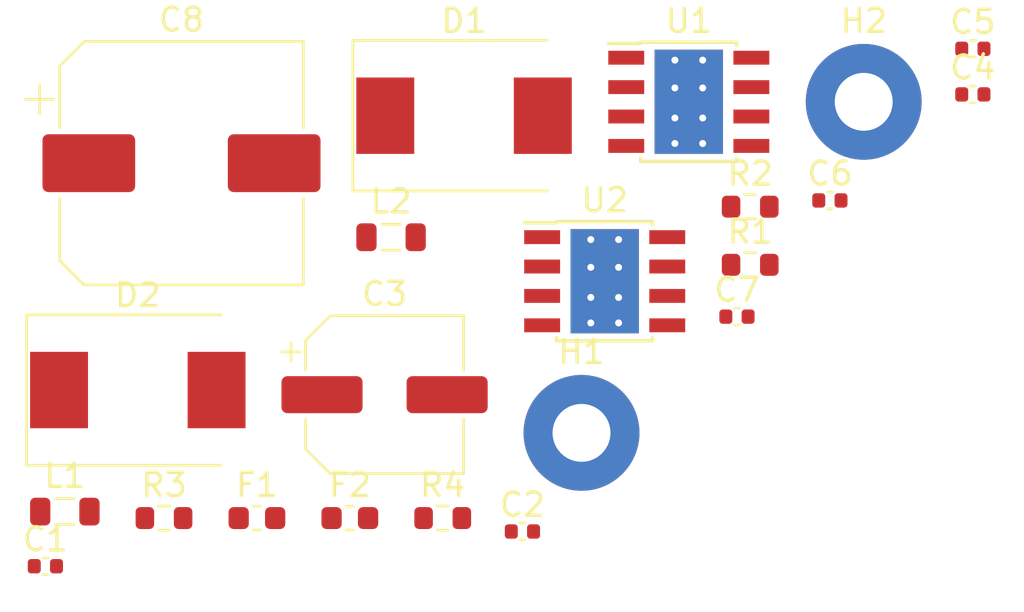
<source format=kicad_pcb>
(kicad_pcb (version 20211014) (generator pcbnew)
  (layers (0 "F.Cu" signal) (31 "B.Cu" signal) (34 "B.Paste" user) (35 "F.Paste" user) (36 "B.SilkS" user "B.Silkscreen") (37 "F.SilkS" user "F.Silkscreen") (38 "B.Mask" user) (39 "F.Mask" user) (44 "Edge.Cuts" user))
  (net 0 "")
  (net 1 "+BATT")
  (net 2 "GND")
  (net 3 "Net-(C2-Pad1)")
  (net 4 "Net-(C2-Pad2)")
  (net 5 "Net-(C3-Pad1)")
  (net 6 "Net-(C7-Pad1)")
  (net 7 "Net-(C7-Pad2)")
  (net 8 "Net-(C8-Pad1)")
  (net 9 "+3V3")
  (net 10 "+5V")
  (net 11 "Net-(R1-Pad2)")
  (net 12 "Net-(R3-Pad2)")
  (footprint "Fuse:Fuse_0603_1608Metric" (layer "F.Cu") (at 138.14 82.92)
    (fp_text reference "F2" (at 0 -1.43) (layer "F.SilkS"))
    (fp_text value "750mA")
    (fp_line (start -0.162779 0.51) (end 0.162779 0.51) (layer "F.SilkS") (width 0.12))
    (fp_line (start -0.162779 -0.51) (end 0.162779 -0.51) (layer "F.SilkS") (width 0.12))
    (pad "1" smd roundrect (at -0.7875 0) (size 0.875 0.95) (layers "F.Cu" "F.Paste" "F.Mask") (net 8 "Net-(C8-Pad1)"))
    (pad "2" smd roundrect (at 0.7875 0) (size 0.875 0.95) (layers "F.Cu" "F.Paste" "F.Mask") (net 10 "+5V"))
  )
  (footprint "Resistor_SMD:R_0603_1608Metric" (layer "F.Cu") (at 130.12 82.92)
    (fp_text reference "R3" (at 0 -1.43) (layer "F.SilkS"))
    (fp_text value "10k")
    (fp_line (start -0.237258 0.5225) (end 0.237258 0.5225) (layer "F.SilkS") (width 0.12))
    (fp_line (start -0.237258 -0.5225) (end 0.237258 -0.5225) (layer "F.SilkS") (width 0.12))
    (pad "1" smd roundrect (at -0.825 0) (size 0.8 0.95) (layers "F.Cu" "F.Paste" "F.Mask") (net 8 "Net-(C8-Pad1)"))
    (pad "2" smd roundrect (at 0.825 0) (size 0.8 0.95) (layers "F.Cu" "F.Paste" "F.Mask") (net 12 "Net-(R3-Pad2)"))
  )
  (footprint "Inductor_SMD:L_0805_2012Metric" (layer "F.Cu") (at 125.84 82.64)
    (fp_text reference "L1" (at 0 -1.55) (layer "F.SilkS"))
    (fp_text value "22 uH")
    (fp_line (start -0.399622 0.56) (end 0.399622 0.56) (layer "F.SilkS") (width 0.12))
    (fp_line (start -0.399622 -0.56) (end 0.399622 -0.56) (layer "F.SilkS") (width 0.12))
    (pad "1" smd roundrect (at -1.0625 0) (size 0.875 1.2) (layers "F.Cu" "F.Paste" "F.Mask") (net 4 "Net-(C2-Pad2)"))
    (pad "2" smd roundrect (at 1.0625 0) (size 0.875 1.2) (layers "F.Cu" "F.Paste" "F.Mask") (net 5 "Net-(C3-Pad1)"))
  )
  (footprint "Inductor_SMD:L_0805_2012Metric" (layer "F.Cu") (at 139.92 70.79)
    (fp_text reference "L2" (at 0 -1.55) (layer "F.SilkS"))
    (fp_text value "22 uH")
    (fp_line (start -0.399622 -0.56) (end 0.399622 -0.56) (layer "F.SilkS") (width 0.12))
    (fp_line (start -0.399622 0.56) (end 0.399622 0.56) (layer "F.SilkS") (width 0.12))
    (pad "1" smd roundrect (at -1.0625 0) (size 0.875 1.2) (layers "F.Cu" "F.Paste" "F.Mask") (net 7 "Net-(C7-Pad2)"))
    (pad "2" smd roundrect (at 1.0625 0) (size 0.875 1.2) (layers "F.Cu" "F.Paste" "F.Mask") (net 8 "Net-(C8-Pad1)"))
  )
  (footprint "Diode_SMD:D_SMC" (layer "F.Cu") (at 143.07 65.54)
    (fp_text reference "D1" (at 0 -4.1) (layer "F.SilkS"))
    (fp_text value "B340")
    (fp_line (start -4.8 3.25) (end -4.8 -3.25) (layer "F.SilkS") (width 0.12))
    (fp_line (start -4.8 3.25) (end 3.6 3.25) (layer "F.SilkS") (width 0.12))
    (fp_line (start -4.8 -3.25) (end 3.6 -3.25) (layer "F.SilkS") (width 0.12))
    (pad "1" smd rect (at -3.4 0 90) (size 3.3 2.5) (layers "F.Cu" "F.Paste" "F.Mask") (net 4 "Net-(C2-Pad2)"))
    (pad "2" smd rect (at 3.4 0 90) (size 3.3 2.5) (layers "F.Cu" "F.Paste" "F.Mask") (net 2 "GND"))
  )
  (footprint "Package_SO:TI_SO-PowerPAD-8_ThermalVias" (layer "F.Cu") (at 149.14 72.69)
    (fp_text reference "U2" (at 0 -3.5) (layer "F.SilkS"))
    (fp_text value "TPS5430DDA")
    (fp_line (start -2.075 -2.575) (end 2.075 -2.575) (layer "F.SilkS") (width 0.15))
    (fp_line (start -2.075 -2.525) (end -3.475 -2.525) (layer "F.SilkS") (width 0.15))
    (fp_line (start 2.075 2.575) (end 2.075 2.43) (layer "F.SilkS") (width 0.15))
    (fp_line (start 2.075 -2.575) (end 2.075 -2.43) (layer "F.SilkS") (width 0.15))
    (fp_line (start -2.075 2.575) (end -2.075 2.43) (layer "F.SilkS") (width 0.15))
    (fp_line (start -2.075 -2.575) (end -2.075 -2.525) (layer "F.SilkS") (width 0.15))
    (fp_line (start -2.075 2.575) (end 2.075 2.575) (layer "F.SilkS") (width 0.15))
    (pad "1" smd rect (at -2.7 -1.905) (size 1.55 0.6) (layers "F.Cu" "F.Paste" "F.Mask") (net 6 "Net-(C7-Pad1)"))
    (pad "2" smd rect (at -2.7 -0.635) (size 1.55 0.6) (layers "F.Cu" "F.Paste" "F.Mask"))
    (pad "3" smd rect (at -2.7 0.635) (size 1.55 0.6) (layers "F.Cu" "F.Paste" "F.Mask"))
    (pad "4" smd rect (at -2.7 1.905) (size 1.55 0.6) (layers "F.Cu" "F.Paste" "F.Mask") (net 12 "Net-(R3-Pad2)"))
    (pad "5" smd rect (at 2.7 1.905) (size 1.55 0.6) (layers "F.Cu" "F.Paste" "F.Mask"))
    (pad "6" smd rect (at 2.7 0.635) (size 1.55 0.6) (layers "F.Cu" "F.Paste" "F.Mask") (net 2 "GND"))
    (pad "7" smd rect (at 2.7 -0.635) (size 1.55 0.6) (layers "F.Cu" "F.Paste" "F.Mask") (net 1 "+BATT"))
    (pad "8" smd rect (at 2.7 -1.905) (size 1.55 0.6) (layers "F.Cu" "F.Paste" "F.Mask") (net 7 "Net-(C7-Pad2)"))
    (pad "9" thru_hole circle (at 0.6 0.7) (size 0.6 0.6) (drill 0.3) (layers *.Cu) (net 2 "GND"))
    (pad "9" thru_hole circle (at 0.6 -0.6) (size 0.6 0.6) (drill 0.3) (layers *.Cu) (net 2 "GND"))
    (pad "9" thru_hole circle (at -0.6 0.7) (size 0.6 0.6) (drill 0.3) (layers *.Cu) (net 2 "GND"))
    (pad "9" smd rect (at 0 0) (size 2.95 4.5) (layers "F.Cu") (net 2 "GND"))
    (pad "9" thru_hole circle (at 0.6 -1.8) (size 0.6 0.6) (drill 0.3) (layers *.Cu) (net 2 "GND"))
    (pad "9" thru_hole circle (at -0.6 1.8) (size 0.6 0.6) (drill 0.3) (layers *.Cu) (net 2 "GND"))
    (pad "9" thru_hole circle (at -0.6 -1.8) (size 0.6 0.6) (drill 0.3) (layers *.Cu) (net 2 "GND"))
    (pad "9" thru_hole circle (at 0.6 1.8) (size 0.6 0.6) (drill 0.3) (layers *.Cu) (net 2 "GND"))
    (pad "9" smd rect (at 0 0) (size 2.6 3.1) (layers "F.Cu" "F.Paste" "F.Mask") (net 2 "GND"))
    (pad "9" thru_hole circle (at -0.6 -0.6) (size 0.6 0.6) (drill 0.3) (layers *.Cu) (net 2 "GND"))
    (pad "9" smd rect (at 0 0) (size 2.95 4.5) (layers "B.Cu") (net 2 "GND"))
  )
  (footprint "Capacitor_SMD:C_0402_1005Metric" (layer "F.Cu") (at 158.86 69.2)
    (fp_text reference "C6" (at 0 -1.16) (layer "F.SilkS"))
    (fp_text value "10uF")
    (fp_line (start -0.107836 0.36) (end 0.107836 0.36) (layer "F.SilkS") (width 0.12))
    (fp_line (start -0.107836 -0.36) (end 0.107836 -0.36) (layer "F.SilkS") (width 0.12))
    (pad "1" smd roundrect (at -0.48 0) (size 0.56 0.62) (layers "F.Cu" "F.Paste" "F.Mask") (net 1 "+BATT"))
    (pad "2" smd roundrect (at 0.48 0) (size 0.56 0.62) (layers "F.Cu" "F.Paste" "F.Mask") (net 2 "GND"))
  )
  (footprint "Diode_SMD:D_SMC" (layer "F.Cu") (at 128.99 77.39)
    (fp_text reference "D2" (at 0 -4.1) (layer "F.SilkS"))
    (fp_text value "B340")
    (fp_line (start -4.8 3.25) (end 3.6 3.25) (layer "F.SilkS") (width 0.12))
    (fp_line (start -4.8 -3.25) (end 3.6 -3.25) (layer "F.SilkS") (width 0.12))
    (fp_line (start -4.8 3.25) (end -4.8 -3.25) (layer "F.SilkS") (width 0.12))
    (pad "1" smd rect (at -3.4 0 90) (size 3.3 2.5) (layers "F.Cu" "F.Paste" "F.Mask") (net 7 "Net-(C7-Pad2)"))
    (pad "2" smd rect (at 3.4 0 90) (size 3.3 2.5) (layers "F.Cu" "F.Paste" "F.Mask") (net 2 "GND"))
  )
  (footprint "Capacitor_SMD:CP_Elec_10x10" (layer "F.Cu") (at 130.875 67.59)
    (fp_text reference "C8" (at 0 -6.2) (layer "F.SilkS"))
    (fp_text value "220uF")
    (fp_line (start 5.26 -5.26) (end 5.26 -1.51) (layer "F.SilkS") (width 0.12))
    (fp_line (start -6.75 -2.76) (end -5.5 -2.76) (layer "F.SilkS") (width 0.12))
    (fp_line (start -5.26 4.195563) (end -5.26 1.51) (layer "F.SilkS") (width 0.12))
    (fp_line (start -5.26 4.195563) (end -4.195563 5.26) (layer "F.SilkS") (width 0.12))
    (fp_line (start -5.26 -4.195563) (end -5.26 -1.51) (layer "F.SilkS") (width 0.12))
    (fp_line (start -4.195563 -5.26) (end 5.26 -5.26) (layer "F.SilkS") (width 0.12))
    (fp_line (start -6.125 -3.385) (end -6.125 -2.135) (layer "F.SilkS") (width 0.12))
    (fp_line (start -4.195563 5.26) (end 5.26 5.26) (layer "F.SilkS") (width 0.12))
    (fp_line (start 5.26 5.26) (end 5.26 1.51) (layer "F.SilkS") (width 0.12))
    (fp_line (start -5.26 -4.195563) (end -4.195563 -5.26) (layer "F.SilkS") (width 0.12))
    (pad "1" smd roundrect (at -4 0) (size 4 2.5) (layers "F.Cu" "F.Paste" "F.Mask") (roundrect_rratio 0.1) (net 8 "Net-(C8-Pad1)"))
    (pad "2" smd roundrect (at 4 0) (size 4 2.5) (layers "F.Cu" "F.Paste" "F.Mask") (roundrect_rratio 0.1) (net 2 "GND"))
  )
  (footprint "Capacitor_SMD:C_0402_1005Metric" (layer "F.Cu") (at 165.03 64.62)
    (fp_text reference "C4" (at 0 -1.16) (layer "F.SilkS"))
    (fp_text value "10uF")
    (fp_line (start -0.107836 -0.36) (end 0.107836 -0.36) (layer "F.SilkS") (width 0.12))
    (fp_line (start -0.107836 0.36) (end 0.107836 0.36) (layer "F.SilkS") (width 0.12))
    (pad "1" smd roundrect (at -0.48 0) (size 0.56 0.62) (layers "F.Cu" "F.Paste" "F.Mask") (net 1 "+BATT"))
    (pad "2" smd roundrect (at 0.48 0) (size 0.56 0.62) (layers "F.Cu" "F.Paste" "F.Mask") (net 2 "GND"))
  )
  (footprint "MountingHole:MountingHole_2.5mm_Pad" (layer "F.Cu") (at 160.32 64.94)
    (fp_text reference "H2" (at 0 -3.5) (layer "F.SilkS"))
    (fp_text value "MountingHole_Pad")
    (pad "1" thru_hole circle (at 0 0) (size 5 5) (drill 2.5) (layers *.Cu *.Mask) (net 2 "GND"))
  )
  (footprint "Resistor_SMD:R_0603_1608Metric" (layer "F.Cu") (at 155.42 71.98)
    (fp_text reference "R1" (at 0 -1.43) (layer "F.SilkS"))
    (fp_text value "10k")
    (fp_line (start -0.237258 0.5225) (end 0.237258 0.5225) (layer "F.SilkS") (width 0.12))
    (fp_line (start -0.237258 -0.5225) (end 0.237258 -0.5225) (layer "F.SilkS") (width 0.12))
    (pad "1" smd roundrect (at -0.825 0) (size 0.8 0.95) (layers "F.Cu" "F.Paste" "F.Mask") (net 5 "Net-(C3-Pad1)"))
    (pad "2" smd roundrect (at 0.825 0) (size 0.8 0.95) (layers "F.Cu" "F.Paste" "F.Mask") (net 11 "Net-(R1-Pad2)"))
  )
  (footprint "Capacitor_SMD:C_0402_1005Metric" (layer "F.Cu") (at 154.85 74.22)
    (fp_text reference "C7" (at 0 -1.16) (layer "F.SilkS"))
    (fp_text value "10uF")
    (fp_line (start -0.107836 -0.36) (end 0.107836 -0.36) (layer "F.SilkS") (width 0.12))
    (fp_line (start -0.107836 0.36) (end 0.107836 0.36) (layer "F.SilkS") (width 0.12))
    (pad "1" smd roundrect (at -0.48 0) (size 0.56 0.62) (layers "F.Cu" "F.Paste" "F.Mask") (net 6 "Net-(C7-Pad1)"))
    (pad "2" smd roundrect (at 0.48 0) (size 0.56 0.62) (layers "F.Cu" "F.Paste" "F.Mask") (net 7 "Net-(C7-Pad2)"))
  )
  (footprint "Resistor_SMD:R_0603_1608Metric" (layer "F.Cu") (at 155.42 69.47)
    (fp_text reference "R2" (at 0 -1.43) (layer "F.SilkS"))
    (fp_text value "5.9k")
    (fp_line (start -0.237258 -0.5225) (end 0.237258 -0.5225) (layer "F.SilkS") (width 0.12))
    (fp_line (start -0.237258 0.5225) (end 0.237258 0.5225) (layer "F.SilkS") (width 0.12))
    (pad "1" smd roundrect (at -0.825 0) (size 0.8 0.95) (layers "F.Cu" "F.Paste" "F.Mask") (net 11 "Net-(R1-Pad2)"))
    (pad "2" smd roundrect (at 0.825 0) (size 0.8 0.95) (layers "F.Cu" "F.Paste" "F.Mask") (net 2 "GND"))
  )
  (footprint "Package_SO:TI_SO-PowerPAD-8_ThermalVias" (layer "F.Cu") (at 152.77 64.94)
    (fp_text reference "U1" (at 0 -3.5) (layer "F.SilkS"))
    (fp_text value "TPS5430DDA")
    (fp_line (start 2.075 2.575) (end 2.075 2.43) (layer "F.SilkS") (width 0.15))
    (fp_line (start -2.075 -2.575) (end 2.075 -2.575) (layer "F.SilkS") (width 0.15))
    (fp_line (start -2.075 2.575) (end -2.075 2.43) (layer "F.SilkS") (width 0.15))
    (fp_line (start 2.075 -2.575) (end 2.075 -2.43) (layer "F.SilkS") (width 0.15))
    (fp_line (start -2.075 -2.575) (end -2.075 -2.525) (layer "F.SilkS") (width 0.15))
    (fp_line (start -2.075 2.575) (end 2.075 2.575) (layer "F.SilkS") (width 0.15))
    (fp_line (start -2.075 -2.525) (end -3.475 -2.525) (layer "F.SilkS") (width 0.15))
    (pad "1" smd rect (at -2.7 -1.905) (size 1.55 0.6) (layers "F.Cu" "F.Paste" "F.Mask") (net 3 "Net-(C2-Pad1)"))
    (pad "2" smd rect (at -2.7 -0.635) (size 1.55 0.6) (layers "F.Cu" "F.Paste" "F.Mask"))
    (pad "3" smd rect (at -2.7 0.635) (size 1.55 0.6) (layers "F.Cu" "F.Paste" "F.Mask"))
    (pad "4" smd rect (at -2.7 1.905) (size 1.55 0.6) (layers "F.Cu" "F.Paste" "F.Mask") (net 11 "Net-(R1-Pad2)"))
    (pad "5" smd rect (at 2.7 1.905) (size 1.55 0.6) (layers "F.Cu" "F.Paste" "F.Mask"))
    (pad "6" smd rect (at 2.7 0.635) (size 1.55 0.6) (layers "F.Cu" "F.Paste" "F.Mask") (net 2 "GND"))
    (pad "7" smd rect (at 2.7 -0.635) (size 1.55 0.6) (layers "F.Cu" "F.Paste" "F.Mask") (net 1 "+BATT"))
    (pad "8" smd rect (at 2.7 -1.905) (size 1.55 0.6) (layers "F.Cu" "F.Paste" "F.Mask") (net 4 "Net-(C2-Pad2)"))
    (pad "9" thru_hole circle (at -0.6 -1.8) (size 0.6 0.6) (drill 0.3) (layers *.Cu) (net 2 "GND"))
    (pad "9" thru_hole circle (at 0.6 -0.6) (size 0.6 0.6) (drill 0.3) (layers *.Cu) (net 2 "GND"))
    (pad "9" smd rect (at 0 0) (size 2.95 4.5) (layers "B.Cu") (net 2 "GND"))
    (pad "9" smd rect (at 0 0) (size 2.6 3.1) (layers "F.Cu" "F.Paste" "F.Mask") (net 2 "GND"))
    (pad "9" thru_hole circle (at 0.6 0.7) (size 0.6 0.6) (drill 0.3) (layers *.Cu) (net 2 "GND"))
    (pad "9" thru_hole circle (at -0.6 1.8) (size 0.6 0.6) (drill 0.3) (layers *.Cu) (net 2 "GND"))
    (pad "9" thru_hole circle (at -0.6 -0.6) (size 0.6 0.6) (drill 0.3) (layers *.Cu) (net 2 "GND"))
    (pad "9" thru_hole circle (at 0.6 -1.8) (size 0.6 0.6) (drill 0.3) (layers *.Cu) (net 2 "GND"))
    (pad "9" thru_hole circle (at 0.6 1.8) (size 0.6 0.6) (drill 0.3) (layers *.Cu) (net 2 "GND"))
    (pad "9" thru_hole circle (at -0.6 0.7) (size 0.6 0.6) (drill 0.3) (layers *.Cu) (net 2 "GND"))
    (pad "9" smd rect (at 0 0) (size 2.95 4.5) (layers "F.Cu") (net 2 "GND"))
  )
  (footprint "Capacitor_SMD:C_0402_1005Metric" (layer "F.Cu") (at 145.59 83.5)
    (fp_text reference "C2" (at 0 -1.16) (layer "F.SilkS"))
    (fp_text value "10uF")
    (fp_line (start -0.107836 -0.36) (end 0.107836 -0.36) (layer "F.SilkS") (width 0.12))
    (fp_line (start -0.107836 0.36) (end 0.107836 0.36) (layer "F.SilkS") (width 0.12))
    (pad "1" smd roundrect (at -0.48 0) (size 0.56 0.62) (layers "F.Cu" "F.Paste" "F.Mask") (net 3 "Net-(C2-Pad1)"))
    (pad "2" smd roundrect (at 0.48 0) (size 0.56 0.62) (layers "F.Cu" "F.Paste" "F.Mask") (net 4 "Net-(C2-Pad2)"))
  )
  (footprint "Capacitor_SMD:CP_Elec_6.3x5.8" (layer "F.Cu") (at 139.64 77.59)
    (fp_text reference "C3" (at 0 -4.35) (layer "F.SilkS"))
    (fp_text value "330uF")
    (fp_line (start -3.41 2.345563) (end -2.345563 3.41) (layer "F.SilkS") (width 0.12))
    (fp_line (start -4.04375 -2.24125) (end -4.04375 -1.45375) (layer "F.SilkS") (width 0.12))
    (fp_line (start -4.4375 -1.8475) (end -3.65 -1.8475) (layer "F.SilkS") (width 0.12))
    (fp_line (start 3.41 -3.41) (end 3.41 -1.06) (layer "F.SilkS") (width 0.12))
    (fp_line (start -2.345563 -3.41) (end 3.41 -3.41) (layer "F.SilkS") (width 0.12))
    (fp_line (start -3.41 -2.345563) (end -2.345563 -3.41) (layer "F.SilkS") (width 0.12))
    (fp_line (start -3.41 -2.345563) (end -3.41 -1.06) (layer "F.SilkS") (width 0.12))
    (fp_line (start 3.41 3.41) (end 3.41 1.06) (layer "F.SilkS") (width 0.12))
    (fp_line (start -3.41 2.345563) (end -3.41 1.06) (layer "F.SilkS") (width 0.12))
    (fp_line (start -2.345563 3.41) (end 3.41 3.41) (layer "F.SilkS") (width 0.12))
    (pad "1" smd roundrect (at -2.7 0) (size 3.5 1.6) (layers "F.Cu" "F.Paste" "F.Mask") (roundrect_rratio 0.15625) (net 5 "Net-(C3-Pad1)"))
    (pad "2" smd roundrect (at 2.7 0) (size 3.5 1.6) (layers "F.Cu" "F.Paste" "F.Mask") (roundrect_rratio 0.15625) (net 2 "GND"))
  )
  (footprint "Resistor_SMD:R_0603_1608Metric" (layer "F.Cu") (at 142.15 82.92)
    (fp_text reference "R4" (at 0 -1.43) (layer "F.SilkS"))
    (fp_text value "3.24k")
    (fp_line (start -0.237258 -0.5225) (end 0.237258 -0.5225) (layer "F.SilkS") (width 0.12))
    (fp_line (start -0.237258 0.5225) (end 0.237258 0.5225) (layer "F.SilkS") (width 0.12))
    (pad "1" smd roundrect (at -0.825 0) (size 0.8 0.95) (layers "F.Cu" "F.Paste" "F.Mask") (net 12 "Net-(R3-Pad2)"))
    (pad "2" smd roundrect (at 0.825 0) (size 0.8 0.95) (layers "F.Cu" "F.Paste" "F.Mask") (net 2 "GND"))
  )
  (footprint "Capacitor_SMD:C_0402_1005Metric" (layer "F.Cu") (at 165.03 62.65)
    (fp_text reference "C5" (at 0 -1.16) (layer "F.SilkS"))
    (fp_text value "10uF")
    (fp_line (start -0.107836 0.36) (end 0.107836 0.36) (layer "F.SilkS") (width 0.12))
    (fp_line (start -0.107836 -0.36) (end 0.107836 -0.36) (layer "F.SilkS") (width 0.12))
    (pad "1" smd roundrect (at -0.48 0) (size 0.56 0.62) (layers "F.Cu" "F.Paste" "F.Mask") (net 1 "+BATT"))
    (pad "2" smd roundrect (at 0.48 0) (size 0.56 0.62) (layers "F.Cu" "F.Paste" "F.Mask") (net 2 "GND"))
  )
  (footprint "Capacitor_SMD:C_0402_1005Metric" (layer "F.Cu") (at 125 85)
    (fp_text reference "C1" (at 0 -1.16) (layer "F.SilkS"))
    (fp_text value "10uF")
    (fp_line (start -0.107836 0.36) (end 0.107836 0.36) (layer "F.SilkS") (width 0.12))
    (fp_line (start -0.107836 -0.36) (end 0.107836 -0.36) (layer "F.SilkS") (width 0.12))
    (pad "1" smd roundrect (at -0.48 0) (size 0.56 0.62) (layers "F.Cu" "F.Paste" "F.Mask") (net 1 "+BATT"))
    (pad "2" smd roundrect (at 0.48 0) (size 0.56 0.62) (layers "F.Cu" "F.Paste" "F.Mask") (net 2 "GND"))
  )
  (footprint "MountingHole:MountingHole_2.5mm_Pad" (layer "F.Cu") (at 148.14 79.24)
    (fp_text reference "H1" (at 0 -3.5) (layer "F.SilkS"))
    (fp_text value "MountingHole_Pad")
    (pad "1" thru_hole circle (at 0 0) (size 5 5) (drill 2.5) (layers *.Cu *.Mask) (net 1 "+BATT"))
  )
  (footprint "Fuse:Fuse_0603_1608Metric" (layer "F.Cu") (at 134.13 82.92)
    (fp_text reference "F1" (at 0 -1.43) (layer "F.SilkS"))
    (fp_text value "750mA")
    (fp_line (start -0.162779 -0.51) (end 0.162779 -0.51) (layer "F.SilkS") (width 0.12))
    (fp_line (start -0.162779 0.51) (end 0.162779 0.51) (layer "F.SilkS") (width 0.12))
    (pad "1" smd roundrect (at -0.7875 0) (size 0.875 0.95) (layers "F.Cu" "F.Paste" "F.Mask") (net 5 "Net-(C3-Pad1)"))
    (pad "2" smd roundrect (at 0.7875 0) (size 0.875 0.95) (layers "F.Cu" "F.Paste" "F.Mask") (net 9 "+3V3"))
  )
)
</source>
